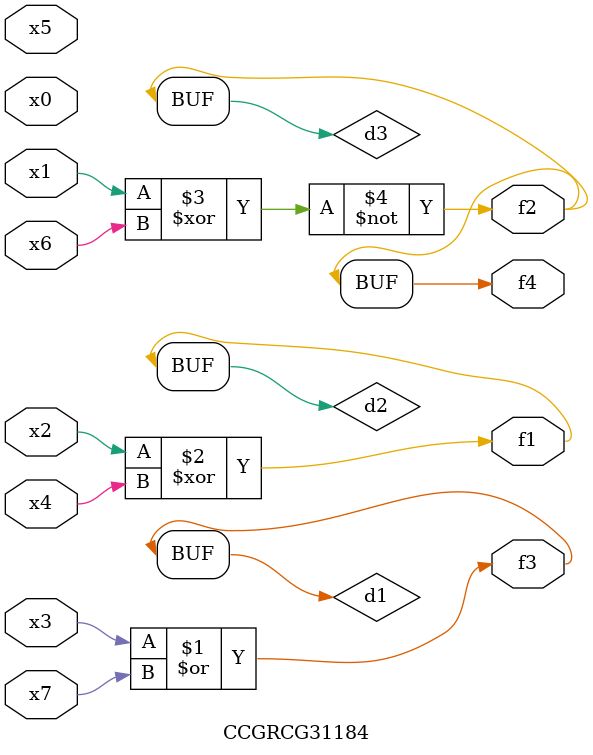
<source format=v>
module CCGRCG31184(
	input x0, x1, x2, x3, x4, x5, x6, x7,
	output f1, f2, f3, f4
);

	wire d1, d2, d3;

	or (d1, x3, x7);
	xor (d2, x2, x4);
	xnor (d3, x1, x6);
	assign f1 = d2;
	assign f2 = d3;
	assign f3 = d1;
	assign f4 = d3;
endmodule

</source>
